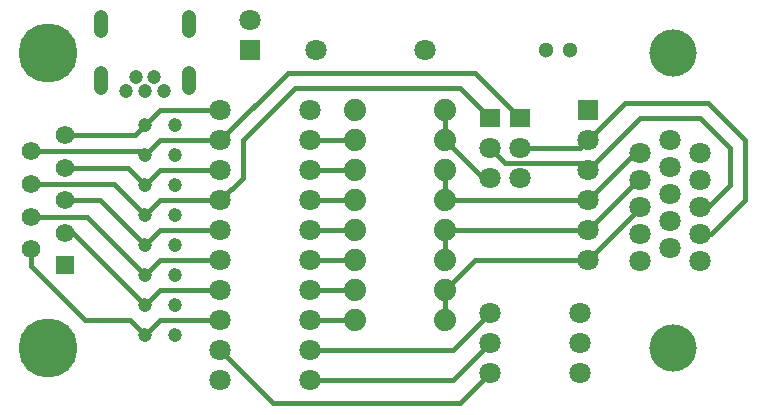
<source format=gtl>
G04 Layer: TopLayer*
G04 EasyEDA v6.4.7, 2020-10-15T22:52:29+02:00*
G04 9b8f394e45984ab69384a79ff89e00da,6cad3e709bf64c02bac7d46d3581b9cb,10*
G04 Gerber Generator version 0.2*
G04 Scale: 100 percent, Rotated: No, Reflected: No *
G04 Dimensions in millimeters *
G04 leading zeros omitted , absolute positions ,3 integer and 3 decimal *
%FSLAX33Y33*%
%MOMM*%
G90*
D02*

%ADD11C,0.399999*%
%ADD12C,1.299997*%
%ADD13C,1.799996*%
%ADD14R,1.799996X1.799996*%
%ADD15R,1.799996X1.574800*%
%ADD16C,1.193800*%
%ADD17C,1.879600*%
%ADD18C,1.574800*%
%ADD19C,4.999990*%
%ADD20R,1.574800X1.574800*%
%ADD21C,1.199998*%
%ADD22C,3.999992*%

%LPD*%
G54D11*
G01X17780Y9144D02*
G01X19050Y10414D01*
G01X24130Y10414D01*
G01X24130Y23114D02*
G01X29845Y28829D01*
G01X45720Y28829D01*
G01X49530Y25019D01*
G01X24130Y18034D02*
G01X26035Y19939D01*
G01X26035Y23114D01*
G01X30480Y27559D01*
G01X44450Y27559D01*
G01X46990Y25019D01*
G01X46990Y3429D02*
G01X44450Y889D01*
G01X28575Y889D01*
G01X24130Y5334D01*
G01X31750Y2794D02*
G01X43815Y2794D01*
G01X46990Y5969D01*
G01X31750Y5334D02*
G01X43815Y5334D01*
G01X46990Y8509D01*
G01X43180Y10414D02*
G01X45720Y12954D01*
G01X55245Y12954D01*
G01X46990Y22479D02*
G01X48260Y21209D01*
G01X54610Y21209D01*
G01X55245Y20574D01*
G01X55245Y12954D02*
G01X59690Y17399D01*
G01X59690Y17431D01*
G01X55245Y15494D02*
G01X59473Y19722D01*
G01X59690Y19722D01*
G01X55245Y18034D02*
G01X59222Y22011D01*
G01X59690Y22011D01*
G01X43180Y23114D02*
G01X46355Y19939D01*
G01X46990Y19939D01*
G01X55245Y20574D02*
G01X59690Y25019D01*
G01X64770Y25019D01*
G01X67310Y22479D01*
G01X67310Y19304D01*
G01X65437Y17431D01*
G01X64770Y17431D01*
G01X55245Y23114D02*
G01X58420Y26289D01*
G01X65405Y26289D01*
G01X68580Y23114D01*
G01X68580Y18034D01*
G01X65686Y15140D01*
G01X64770Y15140D01*
G01X17780Y24384D02*
G01X19050Y25654D01*
G01X24130Y25654D01*
G01X17780Y21844D02*
G01X19050Y23114D01*
G01X24130Y23114D01*
G01X17780Y19304D02*
G01X19050Y20574D01*
G01X24130Y20574D01*
G01X17780Y16764D02*
G01X19050Y18034D01*
G01X24130Y18034D01*
G01X8105Y13893D02*
G01X8105Y12468D01*
G01X12700Y7874D01*
G01X16510Y7874D01*
G01X17780Y6604D01*
G01X17780Y14224D02*
G01X19050Y15494D01*
G01X24130Y15494D01*
G01X17780Y11684D02*
G01X19050Y12954D01*
G01X24130Y12954D01*
G01X17780Y6604D02*
G01X19050Y7874D01*
G01X24130Y7874D01*
G01X49530Y22479D02*
G01X54610Y22479D01*
G01X55245Y23114D01*
G01X43180Y15494D02*
G01X55245Y15494D01*
G01X43180Y18034D02*
G01X55245Y18034D01*
G01X43180Y10414D02*
G01X43180Y7874D01*
G01X43180Y15494D02*
G01X43180Y12954D01*
G01X43180Y20574D02*
G01X43180Y18034D01*
G01X43180Y25654D02*
G01X43180Y23114D01*
G01X31750Y7874D02*
G01X35560Y7874D01*
G01X31750Y10414D02*
G01X35560Y10414D01*
G01X31750Y12954D02*
G01X35560Y12954D01*
G01X31750Y15494D02*
G01X35560Y15494D01*
G01X31750Y18034D02*
G01X35560Y18034D01*
G01X31750Y20574D02*
G01X35560Y20574D01*
G01X31750Y23114D02*
G01X35560Y23114D01*
G01X10945Y15274D02*
G01X11649Y15274D01*
G01X17780Y9144D01*
G01X8104Y16653D02*
G01X12810Y16653D01*
G01X17780Y11684D01*
G01X10945Y18034D02*
G01X13970Y18034D01*
G01X17780Y14224D01*
G01X10945Y23553D02*
G01X16949Y23553D01*
G01X17780Y24384D01*
G01X8104Y22173D02*
G01X17450Y22173D01*
G01X17780Y21844D01*
G01X10945Y20793D02*
G01X16290Y20793D01*
G01X17780Y19304D01*
G01X8104Y19414D02*
G01X15129Y19414D01*
G01X17780Y16764D01*
G54D12*
G01X51703Y30734D03*
G01X53703Y30734D03*
G54D13*
G01X26670Y33274D03*
G54D14*
G01X26670Y30734D03*
G54D13*
G01X46990Y19939D03*
G01X46990Y22479D03*
G54D15*
G01X46990Y25019D03*
G54D13*
G01X49530Y19939D03*
G01X49530Y22479D03*
G54D15*
G01X49530Y25019D03*
G54D16*
G01X20320Y16764D03*
G01X17780Y16764D03*
G01X20320Y21844D03*
G01X17780Y21844D03*
G01X20320Y9144D03*
G01X17780Y9144D03*
G01X20320Y6604D03*
G01X17780Y6604D03*
G54D13*
G01X41429Y30734D03*
G01X32230Y30734D03*
G01X55245Y12954D03*
G01X55245Y15494D03*
G01X55245Y18034D03*
G01X55245Y20574D03*
G01X55245Y23114D03*
G54D14*
G01X55245Y25654D03*
G54D16*
G01X20320Y11684D03*
G01X17780Y11684D03*
G01X20320Y14224D03*
G01X17780Y14224D03*
G01X20320Y19304D03*
G01X17780Y19304D03*
G01X20320Y24384D03*
G01X17780Y24384D03*
G54D17*
G01X35560Y23114D03*
G01X43180Y23114D03*
G01X43180Y25654D03*
G01X35560Y25654D03*
G54D13*
G01X54610Y8509D03*
G01X54610Y5969D03*
G01X54610Y3429D03*
G01X46990Y8509D03*
G01X46990Y5969D03*
G01X46990Y3429D03*
G54D17*
G01X35560Y12954D03*
G01X43180Y12954D03*
G01X35560Y20574D03*
G01X43180Y20574D03*
G01X35560Y15494D03*
G01X43180Y15494D03*
G01X35560Y10414D03*
G01X43180Y10414D03*
G01X35560Y18034D03*
G01X43180Y18034D03*
G01X35560Y7874D03*
G01X43180Y7874D03*
G54D18*
G01X10945Y18034D03*
G54D19*
G01X9525Y30533D03*
G54D20*
G01X10945Y12514D03*
G54D18*
G01X10945Y15274D03*
G01X10945Y20793D03*
G01X10945Y23553D03*
G01X8104Y13894D03*
G01X8104Y16654D03*
G01X8104Y19413D03*
G01X8104Y22173D03*
G54D19*
G01X9525Y5533D03*
G54D21*
G01X16160Y27272D03*
G01X17760Y27272D03*
G01X16960Y28476D03*
G01X18560Y28476D03*
G01X19360Y27272D03*
G54D13*
G01X31750Y25654D03*
G01X31750Y23114D03*
G01X31750Y20574D03*
G01X31750Y18034D03*
G01X31750Y15494D03*
G01X31750Y12954D03*
G01X31750Y10414D03*
G01X31750Y7874D03*
G01X31750Y5334D03*
G01X31750Y2794D03*
G01X24130Y2794D03*
G01X24130Y5334D03*
G01X24130Y7874D03*
G01X24130Y10414D03*
G01X24130Y18034D03*
G01X24130Y20574D03*
G01X24130Y12954D03*
G01X24130Y15494D03*
G01X24130Y23114D03*
G01X24130Y25654D03*
G01X64770Y22011D03*
G01X64770Y19722D03*
G01X64770Y17431D03*
G01X64770Y15140D03*
G01X64770Y12851D03*
G01X62230Y23161D03*
G01X62230Y20870D03*
G01X62230Y18582D03*
G01X62230Y16291D03*
G01X62230Y13992D03*
G01X59690Y22011D03*
G01X59690Y19722D03*
G01X59690Y17431D03*
G01X59690Y15140D03*
G01X59690Y12851D03*
G54D22*
G01X62484Y30506D03*
G01X62484Y5560D03*
G54D21*
G01X21499Y32324D02*
G01X21499Y33524D01*
G01X21499Y27574D02*
G01X21499Y28774D01*
G01X14060Y27574D02*
G01X14060Y28774D01*
G01X14060Y32324D02*
G01X14060Y33524D01*
M00*
M02*

</source>
